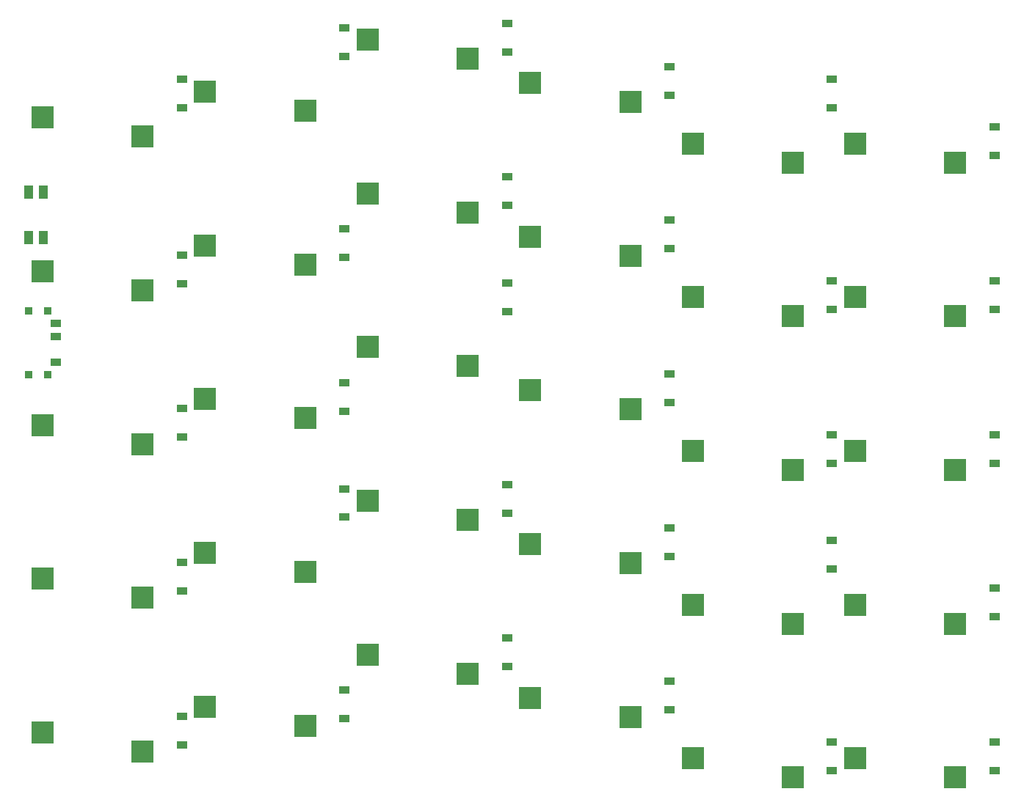
<source format=gbr>
%TF.GenerationSoftware,KiCad,Pcbnew,8.0.7*%
%TF.CreationDate,2025-01-07T17:01:18+01:00*%
%TF.ProjectId,right_finished,72696768-745f-4666-996e-69736865642e,v1.0.0*%
%TF.SameCoordinates,Original*%
%TF.FileFunction,Paste,Bot*%
%TF.FilePolarity,Positive*%
%FSLAX46Y46*%
G04 Gerber Fmt 4.6, Leading zero omitted, Abs format (unit mm)*
G04 Created by KiCad (PCBNEW 8.0.7) date 2025-01-07 17:01:18*
%MOMM*%
%LPD*%
G01*
G04 APERTURE LIST*
%ADD10R,0.900000X0.900000*%
%ADD11R,1.250000X0.900000*%
%ADD12R,1.200000X0.900000*%
%ADD13R,2.600000X2.600000*%
%ADD14R,1.000000X1.550000*%
G04 APERTURE END LIST*
D10*
%TO.C,T1*%
X243850000Y-109450000D03*
X246050000Y-109450000D03*
X243850000Y-102050000D03*
X246050000Y-102050000D03*
D11*
X247025000Y-108000000D03*
X247025000Y-105000000D03*
X247025000Y-103500000D03*
%TD*%
D12*
%TO.C,D9*%
X317800000Y-144850000D03*
X317800000Y-148150000D03*
%TD*%
D13*
%TO.C,S9*%
X332025000Y-102700000D03*
X320475000Y-100500000D03*
%TD*%
D12*
%TO.C,D4*%
X355300000Y-98600000D03*
X355300000Y-101900000D03*
%TD*%
D13*
%TO.C,S6*%
X332025000Y-155950000D03*
X320475000Y-153750000D03*
%TD*%
D12*
%TO.C,D20*%
X280300000Y-92600000D03*
X280300000Y-95900000D03*
%TD*%
D13*
%TO.C,S13*%
X313275000Y-113450000D03*
X301725000Y-111250000D03*
%TD*%
%TO.C,S29*%
X257025000Y-99700000D03*
X245475000Y-97500000D03*
%TD*%
%TO.C,S17*%
X294525000Y-126200000D03*
X282975000Y-124000000D03*
%TD*%
D12*
%TO.C,D5*%
X355300000Y-80850000D03*
X355300000Y-84150000D03*
%TD*%
%TO.C,D13*%
X317800000Y-73850000D03*
X317800000Y-77150000D03*
%TD*%
%TO.C,D15*%
X299050000Y-122100000D03*
X299050000Y-125400000D03*
%TD*%
%TO.C,D6*%
X336550000Y-151850000D03*
X336550000Y-155150000D03*
%TD*%
%TO.C,D16*%
X299050000Y-86600000D03*
X299050000Y-89900000D03*
%TD*%
%TO.C,D14*%
X299050000Y-139850000D03*
X299050000Y-143150000D03*
%TD*%
D13*
%TO.C,S15*%
X313275000Y-77950000D03*
X301725000Y-75750000D03*
%TD*%
D12*
%TO.C,D25*%
X336550000Y-128600000D03*
X336550000Y-131900000D03*
%TD*%
%TO.C,D17*%
X299050000Y-68850000D03*
X299050000Y-72150000D03*
%TD*%
%TO.C,D1*%
X355300000Y-151850000D03*
X355300000Y-155150000D03*
%TD*%
D13*
%TO.C,S3*%
X350775000Y-120450000D03*
X339225000Y-118250000D03*
%TD*%
D12*
%TO.C,D18*%
X280300000Y-145850000D03*
X280300000Y-149150000D03*
%TD*%
%TO.C,D3*%
X355300000Y-116350000D03*
X355300000Y-119650000D03*
%TD*%
D13*
%TO.C,S12*%
X313275000Y-131200000D03*
X301725000Y-129000000D03*
%TD*%
D12*
%TO.C,D23*%
X261550000Y-113350000D03*
X261550000Y-116650000D03*
%TD*%
D13*
%TO.C,S2*%
X350775000Y-138200000D03*
X339225000Y-136000000D03*
%TD*%
%TO.C,S11*%
X313275000Y-148950000D03*
X301725000Y-146750000D03*
%TD*%
%TO.C,S5*%
X350775000Y-84950000D03*
X339225000Y-82750000D03*
%TD*%
%TO.C,S18*%
X294525000Y-108450000D03*
X282975000Y-106250000D03*
%TD*%
%TO.C,S14*%
X313275000Y-95700000D03*
X301725000Y-93500000D03*
%TD*%
D14*
%TO.C,B1*%
X243900000Y-93575000D03*
X243900000Y-88325000D03*
X245600000Y-93575000D03*
X245600000Y-88325000D03*
%TD*%
D12*
%TO.C,D11*%
X317800000Y-109350000D03*
X317800000Y-112650000D03*
%TD*%
%TO.C,D21*%
X261550000Y-148850000D03*
X261550000Y-152150000D03*
%TD*%
D13*
%TO.C,S27*%
X257025000Y-135200000D03*
X245475000Y-133000000D03*
%TD*%
%TO.C,S19*%
X294525000Y-90700000D03*
X282975000Y-88500000D03*
%TD*%
%TO.C,S23*%
X275775000Y-114450000D03*
X264225000Y-112250000D03*
%TD*%
D12*
%TO.C,D12*%
X317800000Y-91600000D03*
X317800000Y-94900000D03*
%TD*%
%TO.C,D29*%
X280300000Y-69350000D03*
X280300000Y-72650000D03*
%TD*%
D13*
%TO.C,S8*%
X332025000Y-120450000D03*
X320475000Y-118250000D03*
%TD*%
D12*
%TO.C,D24*%
X261550000Y-95600000D03*
X261550000Y-98900000D03*
%TD*%
%TO.C,D19*%
X280300000Y-110350000D03*
X280300000Y-113650000D03*
%TD*%
D13*
%TO.C,S26*%
X257025000Y-152950000D03*
X245475000Y-150750000D03*
%TD*%
D12*
%TO.C,D28*%
X280300000Y-122600000D03*
X280300000Y-125900000D03*
%TD*%
D13*
%TO.C,S22*%
X275775000Y-132200000D03*
X264225000Y-130000000D03*
%TD*%
%TO.C,S20*%
X294525000Y-72950000D03*
X282975000Y-70750000D03*
%TD*%
%TO.C,S1*%
X350775000Y-155950000D03*
X339225000Y-153750000D03*
%TD*%
D12*
%TO.C,D22*%
X261550000Y-131100000D03*
X261550000Y-134400000D03*
%TD*%
%TO.C,D27*%
X299050000Y-98850000D03*
X299050000Y-102150000D03*
%TD*%
%TO.C,D8*%
X336550000Y-98600000D03*
X336550000Y-101900000D03*
%TD*%
D13*
%TO.C,S7*%
X332025000Y-138200000D03*
X320475000Y-136000000D03*
%TD*%
D12*
%TO.C,D30*%
X261550000Y-75350000D03*
X261550000Y-78650000D03*
%TD*%
%TO.C,D7*%
X336550000Y-116350000D03*
X336550000Y-119650000D03*
%TD*%
D13*
%TO.C,S28*%
X257025000Y-117450000D03*
X245475000Y-115250000D03*
%TD*%
D12*
%TO.C,D10*%
X317800000Y-127100000D03*
X317800000Y-130400000D03*
%TD*%
D13*
%TO.C,S4*%
X350775000Y-102700000D03*
X339225000Y-100500000D03*
%TD*%
%TO.C,S10*%
X332025000Y-84950000D03*
X320475000Y-82750000D03*
%TD*%
D12*
%TO.C,D26*%
X336550000Y-75350000D03*
X336550000Y-78650000D03*
%TD*%
D13*
%TO.C,S30*%
X257025000Y-81950000D03*
X245475000Y-79750000D03*
%TD*%
%TO.C,S16*%
X294525000Y-143950000D03*
X282975000Y-141750000D03*
%TD*%
D12*
%TO.C,D2*%
X355300000Y-134100000D03*
X355300000Y-137400000D03*
%TD*%
D13*
%TO.C,S24*%
X275775000Y-96700000D03*
X264225000Y-94500000D03*
%TD*%
%TO.C,S25*%
X275775000Y-78950000D03*
X264225000Y-76750000D03*
%TD*%
%TO.C,S21*%
X275775000Y-149950000D03*
X264225000Y-147750000D03*
%TD*%
M02*

</source>
